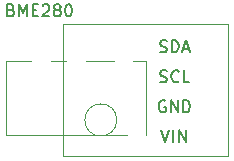
<source format=gbr>
G04 #@! TF.GenerationSoftware,KiCad,Pcbnew,(5.1.5)-3*
G04 #@! TF.CreationDate,2020-12-21T12:14:11+01:00*
G04 #@! TF.ProjectId,epimetheus_bme280_alt,6570696d-6574-4686-9575-735f626d6532,rev?*
G04 #@! TF.SameCoordinates,Original*
G04 #@! TF.FileFunction,Legend,Top*
G04 #@! TF.FilePolarity,Positive*
%FSLAX46Y46*%
G04 Gerber Fmt 4.6, Leading zero omitted, Abs format (unit mm)*
G04 Created by KiCad (PCBNEW (5.1.5)-3) date 2020-12-21 12:14:11*
%MOMM*%
%LPD*%
G04 APERTURE LIST*
%ADD10C,0.150000*%
%ADD11C,0.120000*%
G04 APERTURE END LIST*
D10*
X162465047Y-23550571D02*
X162607904Y-23598190D01*
X162655523Y-23645809D01*
X162703142Y-23741047D01*
X162703142Y-23883904D01*
X162655523Y-23979142D01*
X162607904Y-24026761D01*
X162512666Y-24074380D01*
X162131714Y-24074380D01*
X162131714Y-23074380D01*
X162465047Y-23074380D01*
X162560285Y-23122000D01*
X162607904Y-23169619D01*
X162655523Y-23264857D01*
X162655523Y-23360095D01*
X162607904Y-23455333D01*
X162560285Y-23502952D01*
X162465047Y-23550571D01*
X162131714Y-23550571D01*
X163131714Y-24074380D02*
X163131714Y-23074380D01*
X163465047Y-23788666D01*
X163798380Y-23074380D01*
X163798380Y-24074380D01*
X164274571Y-23550571D02*
X164607904Y-23550571D01*
X164750761Y-24074380D02*
X164274571Y-24074380D01*
X164274571Y-23074380D01*
X164750761Y-23074380D01*
X165131714Y-23169619D02*
X165179333Y-23122000D01*
X165274571Y-23074380D01*
X165512666Y-23074380D01*
X165607904Y-23122000D01*
X165655523Y-23169619D01*
X165703142Y-23264857D01*
X165703142Y-23360095D01*
X165655523Y-23502952D01*
X165084095Y-24074380D01*
X165703142Y-24074380D01*
X166274571Y-23502952D02*
X166179333Y-23455333D01*
X166131714Y-23407714D01*
X166084095Y-23312476D01*
X166084095Y-23264857D01*
X166131714Y-23169619D01*
X166179333Y-23122000D01*
X166274571Y-23074380D01*
X166465047Y-23074380D01*
X166560285Y-23122000D01*
X166607904Y-23169619D01*
X166655523Y-23264857D01*
X166655523Y-23312476D01*
X166607904Y-23407714D01*
X166560285Y-23455333D01*
X166465047Y-23502952D01*
X166274571Y-23502952D01*
X166179333Y-23550571D01*
X166131714Y-23598190D01*
X166084095Y-23693428D01*
X166084095Y-23883904D01*
X166131714Y-23979142D01*
X166179333Y-24026761D01*
X166274571Y-24074380D01*
X166465047Y-24074380D01*
X166560285Y-24026761D01*
X166607904Y-23979142D01*
X166655523Y-23883904D01*
X166655523Y-23693428D01*
X166607904Y-23598190D01*
X166560285Y-23550571D01*
X166465047Y-23502952D01*
X167274571Y-23074380D02*
X167369809Y-23074380D01*
X167465047Y-23122000D01*
X167512666Y-23169619D01*
X167560285Y-23264857D01*
X167607904Y-23455333D01*
X167607904Y-23693428D01*
X167560285Y-23883904D01*
X167512666Y-23979142D01*
X167465047Y-24026761D01*
X167369809Y-24074380D01*
X167274571Y-24074380D01*
X167179333Y-24026761D01*
X167131714Y-23979142D01*
X167084095Y-23883904D01*
X167036476Y-23693428D01*
X167036476Y-23455333D01*
X167084095Y-23264857D01*
X167131714Y-23169619D01*
X167179333Y-23122000D01*
X167274571Y-23074380D01*
D11*
X171406310Y-32849309D02*
G75*
G03X171406310Y-32849309I-1353310J0D01*
G01*
X180848000Y-24765000D02*
X180848000Y-35941000D01*
X166878000Y-24765000D02*
X180848000Y-24765000D01*
X166878000Y-35941000D02*
X166878000Y-24765000D01*
X180848000Y-35941000D02*
X166878000Y-35941000D01*
X162052000Y-27888000D02*
X162052000Y-34088000D01*
X173873000Y-34088000D02*
X173873000Y-27888000D01*
X162052000Y-27888000D02*
X164148000Y-27888000D01*
X165798000Y-27888000D02*
X167148000Y-27888000D01*
X168798000Y-27888000D02*
X171198000Y-27888000D01*
X172748000Y-27888000D02*
X173873000Y-27888000D01*
X172298000Y-34088000D02*
X162052000Y-34088000D01*
D10*
X175061714Y-27074761D02*
X175204571Y-27122380D01*
X175442666Y-27122380D01*
X175537904Y-27074761D01*
X175585523Y-27027142D01*
X175633142Y-26931904D01*
X175633142Y-26836666D01*
X175585523Y-26741428D01*
X175537904Y-26693809D01*
X175442666Y-26646190D01*
X175252190Y-26598571D01*
X175156952Y-26550952D01*
X175109333Y-26503333D01*
X175061714Y-26408095D01*
X175061714Y-26312857D01*
X175109333Y-26217619D01*
X175156952Y-26170000D01*
X175252190Y-26122380D01*
X175490285Y-26122380D01*
X175633142Y-26170000D01*
X176061714Y-27122380D02*
X176061714Y-26122380D01*
X176299809Y-26122380D01*
X176442666Y-26170000D01*
X176537904Y-26265238D01*
X176585523Y-26360476D01*
X176633142Y-26550952D01*
X176633142Y-26693809D01*
X176585523Y-26884285D01*
X176537904Y-26979523D01*
X176442666Y-27074761D01*
X176299809Y-27122380D01*
X176061714Y-27122380D01*
X177014095Y-26836666D02*
X177490285Y-26836666D01*
X176918857Y-27122380D02*
X177252190Y-26122380D01*
X177585523Y-27122380D01*
X175085523Y-29614761D02*
X175228380Y-29662380D01*
X175466476Y-29662380D01*
X175561714Y-29614761D01*
X175609333Y-29567142D01*
X175656952Y-29471904D01*
X175656952Y-29376666D01*
X175609333Y-29281428D01*
X175561714Y-29233809D01*
X175466476Y-29186190D01*
X175276000Y-29138571D01*
X175180761Y-29090952D01*
X175133142Y-29043333D01*
X175085523Y-28948095D01*
X175085523Y-28852857D01*
X175133142Y-28757619D01*
X175180761Y-28710000D01*
X175276000Y-28662380D01*
X175514095Y-28662380D01*
X175656952Y-28710000D01*
X176656952Y-29567142D02*
X176609333Y-29614761D01*
X176466476Y-29662380D01*
X176371238Y-29662380D01*
X176228380Y-29614761D01*
X176133142Y-29519523D01*
X176085523Y-29424285D01*
X176037904Y-29233809D01*
X176037904Y-29090952D01*
X176085523Y-28900476D01*
X176133142Y-28805238D01*
X176228380Y-28710000D01*
X176371238Y-28662380D01*
X176466476Y-28662380D01*
X176609333Y-28710000D01*
X176656952Y-28757619D01*
X177561714Y-29662380D02*
X177085523Y-29662380D01*
X177085523Y-28662380D01*
X175514095Y-31250000D02*
X175418857Y-31202380D01*
X175276000Y-31202380D01*
X175133142Y-31250000D01*
X175037904Y-31345238D01*
X174990285Y-31440476D01*
X174942666Y-31630952D01*
X174942666Y-31773809D01*
X174990285Y-31964285D01*
X175037904Y-32059523D01*
X175133142Y-32154761D01*
X175276000Y-32202380D01*
X175371238Y-32202380D01*
X175514095Y-32154761D01*
X175561714Y-32107142D01*
X175561714Y-31773809D01*
X175371238Y-31773809D01*
X175990285Y-32202380D02*
X175990285Y-31202380D01*
X176561714Y-32202380D01*
X176561714Y-31202380D01*
X177037904Y-32202380D02*
X177037904Y-31202380D01*
X177276000Y-31202380D01*
X177418857Y-31250000D01*
X177514095Y-31345238D01*
X177561714Y-31440476D01*
X177609333Y-31630952D01*
X177609333Y-31773809D01*
X177561714Y-31964285D01*
X177514095Y-32059523D01*
X177418857Y-32154761D01*
X177276000Y-32202380D01*
X177037904Y-32202380D01*
X175180761Y-33742380D02*
X175514095Y-34742380D01*
X175847428Y-33742380D01*
X176180761Y-34742380D02*
X176180761Y-33742380D01*
X176656952Y-34742380D02*
X176656952Y-33742380D01*
X177228380Y-34742380D01*
X177228380Y-33742380D01*
M02*

</source>
